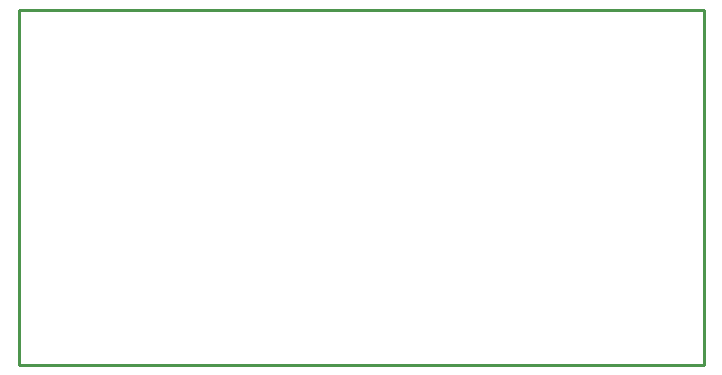
<source format=gko>
%FSLAX42Y42*%
%MOMM*%
G71*
G01*
G75*
%ADD10R,0.75X0.75*%
%ADD11R,0.90X0.90*%
%ADD12R,0.90X1.30*%
%ADD13O,4.00X2.00*%
%ADD14R,1.25X0.90*%
%ADD15R,2.55X0.90*%
%ADD16R,1.00X0.50*%
%ADD17R,1.25X0.50*%
%ADD18O,2.00X0.50*%
%ADD19R,2.00X0.50*%
%ADD20R,1.50X1.25*%
%ADD21R,1.30X0.90*%
%ADD22R,1.25X1.25*%
%ADD23R,1.00X1.00*%
%ADD24C,0.50*%
%ADD25C,1.00*%
%ADD26C,2.00*%
%ADD27C,0.25*%
%ADD28C,0.75*%
%ADD29R,5.58X4.55*%
%ADD30R,5.58X4.58*%
%ADD31R,5.58X4.53*%
%ADD32R,5.97X4.65*%
%ADD33R,5.97X4.65*%
%ADD34R,5.97X4.65*%
%ADD35C,2.50*%
%ADD36C,1.50*%
%ADD37O,1.52X1.02*%
%ADD38C,3.50*%
%ADD39R,0.95X0.95*%
%ADD40R,1.10X1.10*%
%ADD41R,1.10X1.50*%
%ADD42O,4.20X2.20*%
%ADD43R,1.45X1.10*%
%ADD44R,2.75X1.10*%
%ADD45R,1.20X0.70*%
%ADD46R,1.45X0.70*%
%ADD47O,2.20X0.70*%
%ADD48R,2.20X0.70*%
%ADD49R,1.70X1.45*%
%ADD50R,1.50X1.10*%
%ADD51R,1.45X1.45*%
%ADD52R,1.20X1.20*%
%ADD53C,2.70*%
%ADD54C,1.70*%
%ADD55O,1.73X1.22*%
%ADD56C,3.70*%
%ADD57C,0.25*%
D57*
X0Y0D02*
Y3000D01*
X5800D01*
Y0D02*
Y3000D01*
X0Y0D02*
X5800D01*
M02*

</source>
